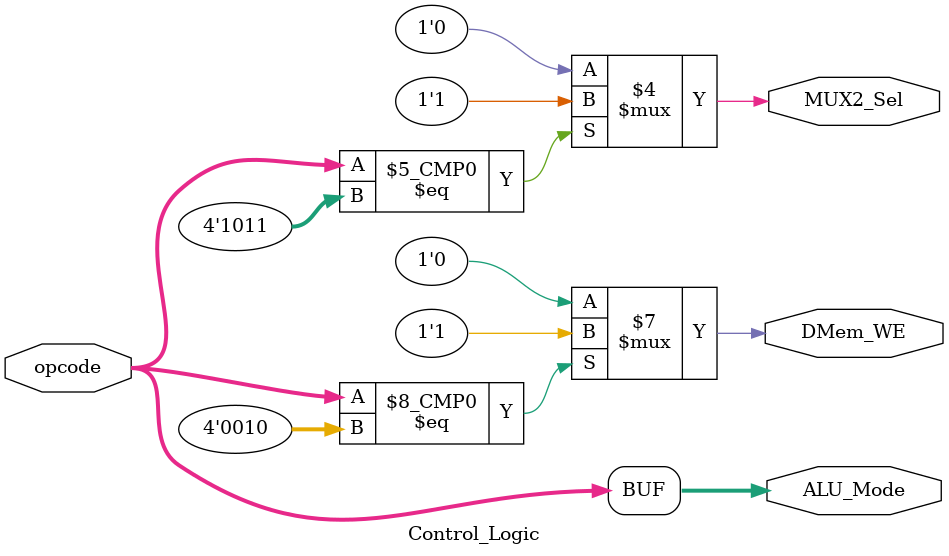
<source format=v>
module Control_Logic (
    input [3:0] opcode,
    output reg MUX2_Sel,
    output reg DMem_WE,
    output reg [3:0] ALU_Mode
);
    always @(*) begin
        MUX2_Sel = 0;
        DMem_WE = 0;
        ALU_Mode = opcode;

        case (opcode)
            4'b1011: MUX2_Sel = 1;         // LOAD immediate
            4'b0010: DMem_WE = 1;          // STORE
            default: ;
        endcase
    end
endmodule

</source>
